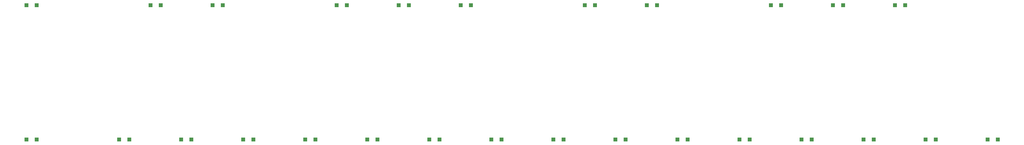
<source format=gbr>
%TF.GenerationSoftware,KiCad,Pcbnew,(5.1.6)-1*%
%TF.CreationDate,2020-07-16T09:20:40+02:00*%
%TF.ProjectId,keyboard_keyboard,6b657962-6f61-4726-945f-6b6579626f61,rev?*%
%TF.SameCoordinates,Original*%
%TF.FileFunction,Paste,Top*%
%TF.FilePolarity,Positive*%
%FSLAX46Y46*%
G04 Gerber Fmt 4.6, Leading zero omitted, Abs format (unit mm)*
G04 Created by KiCad (PCBNEW (5.1.6)-1) date 2020-07-16 09:20:40*
%MOMM*%
%LPD*%
G01*
G04 APERTURE LIST*
%ADD10R,1.200000X1.200000*%
G04 APERTURE END LIST*
D10*
%TO.C,D27*%
X6147000Y-96520000D03*
X2997000Y-96520000D03*
%TD*%
%TO.C,D26*%
X6147000Y-137922000D03*
X2997000Y-137922000D03*
%TD*%
%TO.C,D25*%
X301295000Y-137922000D03*
X298145000Y-137922000D03*
%TD*%
%TO.C,D24*%
X282245000Y-137922000D03*
X279095000Y-137922000D03*
%TD*%
%TO.C,D23*%
X272847000Y-96520000D03*
X269697000Y-96520000D03*
%TD*%
%TO.C,D22*%
X263195000Y-137922000D03*
X260045000Y-137922000D03*
%TD*%
%TO.C,D21*%
X253797000Y-96520000D03*
X250647000Y-96520000D03*
%TD*%
%TO.C,D20*%
X244145000Y-137922000D03*
X240995000Y-137922000D03*
%TD*%
%TO.C,D19*%
X234747000Y-96520000D03*
X231597000Y-96520000D03*
%TD*%
%TO.C,D18*%
X225095000Y-137922000D03*
X221945000Y-137922000D03*
%TD*%
%TO.C,D17*%
X206045000Y-137922000D03*
X202895000Y-137922000D03*
%TD*%
%TO.C,D16*%
X196647000Y-96520000D03*
X193497000Y-96520000D03*
%TD*%
%TO.C,D15*%
X186995000Y-137922000D03*
X183845000Y-137922000D03*
%TD*%
%TO.C,D14*%
X177597000Y-96520000D03*
X174447000Y-96520000D03*
%TD*%
%TO.C,D13*%
X167945000Y-137922000D03*
X164795000Y-137922000D03*
%TD*%
%TO.C,D12*%
X148895000Y-137922000D03*
X145745000Y-137922000D03*
%TD*%
%TO.C,D11*%
X139497000Y-96520000D03*
X136347000Y-96520000D03*
%TD*%
%TO.C,D10*%
X129845000Y-137922000D03*
X126695000Y-137922000D03*
%TD*%
%TO.C,D9*%
X120447000Y-96520000D03*
X117297000Y-96520000D03*
%TD*%
%TO.C,D8*%
X110795000Y-137922000D03*
X107645000Y-137922000D03*
%TD*%
%TO.C,D7*%
X101397000Y-96520000D03*
X98247000Y-96520000D03*
%TD*%
%TO.C,D6*%
X91745000Y-137922000D03*
X88595000Y-137922000D03*
%TD*%
%TO.C,D5*%
X72695000Y-137922000D03*
X69545000Y-137922000D03*
%TD*%
%TO.C,D4*%
X63297000Y-96520000D03*
X60147000Y-96520000D03*
%TD*%
%TO.C,D3*%
X53645000Y-137922000D03*
X50495000Y-137922000D03*
%TD*%
%TO.C,D2*%
X44247000Y-96520000D03*
X41097000Y-96520000D03*
%TD*%
%TO.C,D1*%
X34595000Y-137922000D03*
X31445000Y-137922000D03*
%TD*%
M02*

</source>
